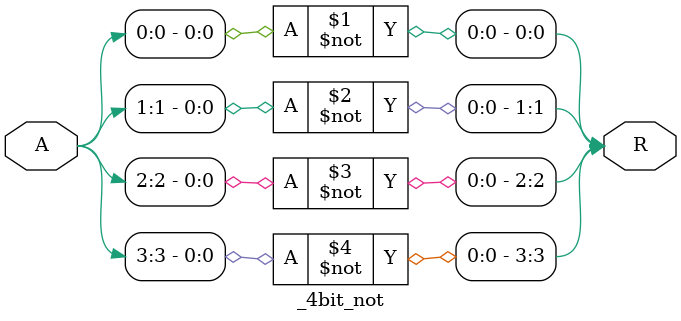
<source format=v>
module _4bit_not (R, A);
input [3:0] A;
output [3:0] R;
not not0(R[0], A[0]);
not not1(R[1], A[1]);
not not2(R[2], A[2]);
not not3(R[3], A[3]);

endmodule

</source>
